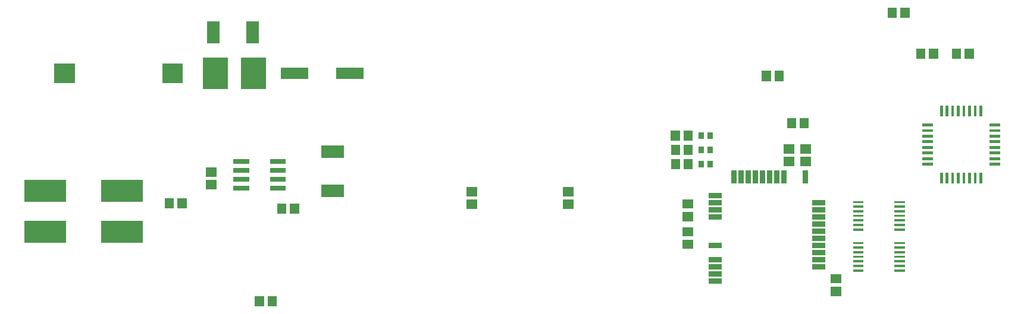
<source format=gbr>
G04 start of page 16 for group 0 layer_idx 0 *
G04 Title: (unknown), top_paste *
G04 Creator: pcb-rnd 1.2.7 *
G04 CreationDate: 2018-01-15 01:01:03 UTC *
G04 For: newell *
G04 Format: Gerber/RS-274X *
G04 PCB-Dimensions: 625000 200000 *
G04 PCB-Coordinate-Origin: lower left *
%MOIN*%
%FSLAX25Y25*%
%LNTOPPASTE*%
%ADD236R,0.0240X0.0240*%
%ADD235R,0.0157X0.0157*%
%ADD234R,0.1230X0.1230*%
%ADD233R,0.0633X0.0633*%
%ADD232R,0.0709X0.0709*%
%ADD231R,0.1400X0.1400*%
%ADD230R,0.1098X0.1098*%
%ADD229R,0.0295X0.0295*%
%ADD228R,0.0512X0.0512*%
%ADD227R,0.0315X0.0315*%
%ADD226R,0.0130X0.0130*%
G54D226*X487083Y56677D02*X491689D01*
X487083Y54118D02*X491689D01*
X487083Y51559D02*X491689D01*
X487083Y49000D02*X491689D01*
X487083Y46441D02*X491689D01*
X487083Y43882D02*X491689D01*
X487083Y41323D02*X491689D01*
X510311D02*X514917D01*
X510311Y43882D02*X514917D01*
X510311Y46441D02*X514917D01*
X510311Y49000D02*X514917D01*
X510311Y51559D02*X514917D01*
X510311Y54118D02*X514917D01*
X510311Y56677D02*X514917D01*
G54D227*X459737Y96047D02*Y91717D01*
X447737Y96047D02*Y91717D01*
X443737Y96047D02*Y91717D01*
X439737Y96047D02*Y91717D01*
X435737Y96047D02*Y91717D01*
X431737Y96047D02*Y91717D01*
X427737Y96047D02*Y91717D01*
X423737Y96047D02*Y91717D01*
X419737Y96047D02*Y91717D01*
X407060Y83370D02*X411390D01*
X407060Y79370D02*X411390D01*
X407060Y75370D02*X411390D01*
X407060Y71370D02*X411390D01*
X407060Y55370D02*X411390D01*
X407060Y47370D02*X411390D01*
X407060Y43370D02*X411390D01*
X407060Y39370D02*X411390D01*
X407060Y35370D02*X411390D01*
X465052Y79394D02*X469382D01*
X465052Y75394D02*X469382D01*
X465052Y71394D02*X469382D01*
X465052Y67394D02*X469382D01*
X465052Y63394D02*X469382D01*
X465052Y59394D02*X469382D01*
X465052Y55394D02*X469382D01*
X465052Y51394D02*X469382D01*
X465052Y47394D02*X469382D01*
X465052Y43394D02*X469382D01*
G54D228*X459607Y102457D02*X460393D01*
X459607Y109543D02*X460393D01*
X476607Y29500D02*X477393D01*
X476607Y36586D02*X477393D01*
X386957Y117393D02*Y116607D01*
X394043Y117393D02*Y116607D01*
X387000Y109393D02*Y108607D01*
X394086Y109393D02*Y108607D01*
X393607Y55914D02*X394393D01*
X393607Y63000D02*X394393D01*
X450150Y109543D02*X450936D01*
X450150Y102457D02*X450936D01*
X387000Y101393D02*Y100607D01*
X394086Y101393D02*Y100607D01*
X393607Y71500D02*X394393D01*
X393607Y78586D02*X394393D01*
G54D229*X401441Y117492D02*Y116508D01*
X406559Y117492D02*Y116508D01*
X401441Y109492D02*Y108508D01*
X406559Y109492D02*Y108508D01*
X401441Y101492D02*Y100508D01*
X406559Y101492D02*Y100508D01*
G54D228*X459086Y124393D02*Y123607D01*
X452000Y124393D02*Y123607D01*
X326607Y78457D02*X327393D01*
X326607Y85543D02*X327393D01*
G54D230*X44488Y152000D02*X45000D01*
X105000D02*X105512D01*
G54D228*X173543Y76393D02*Y75607D01*
X166457Y76393D02*Y75607D01*
X161043Y24393D02*Y23607D01*
X153957Y24393D02*Y23607D01*
G54D231*X129400Y153900D02*Y150100D01*
X150600Y153900D02*Y150100D01*
G54D232*X192245Y85977D02*X197755D01*
X192245Y108023D02*X197755D01*
G54D233*X168922Y152000D02*X177977D01*
X200023D02*X209078D01*
G54D232*X127977Y177755D02*Y172245D01*
X150023Y177755D02*Y172245D01*
G54D228*X126607Y89457D02*X127393D01*
X126607Y96543D02*X127393D01*
G54D234*X71400Y86000D02*X82600D01*
X71400Y63000D02*X82600D01*
X28400Y86000D02*X39600D01*
X28400Y63000D02*X39600D01*
G54D228*X272607Y78457D02*X273393D01*
X272607Y85543D02*X273393D01*
X110543Y79393D02*Y78607D01*
X103457Y79393D02*Y78607D01*
X508457Y186393D02*Y185607D01*
X515543Y186393D02*Y185607D01*
X445043Y150893D02*Y150107D01*
X437957Y150893D02*Y150107D01*
X524457Y163393D02*Y162607D01*
X531543Y163393D02*Y162607D01*
X551543Y163393D02*Y162607D01*
X544457Y163393D02*Y162607D01*
G54D235*X558023Y132992D02*Y128566D01*
X554874Y132992D02*Y128566D01*
X551724Y132992D02*Y128566D01*
X548575Y132992D02*Y128566D01*
X545425Y132992D02*Y128566D01*
X542275Y132992D02*Y128566D01*
X539126Y132992D02*Y128566D01*
X535976Y132992D02*Y128566D01*
X526008Y123023D02*X530434D01*
X526008Y119874D02*X530434D01*
X526008Y116724D02*X530434D01*
X526008Y113575D02*X530434D01*
X526008Y110425D02*X530434D01*
X526008Y107275D02*X530434D01*
X526008Y104126D02*X530434D01*
X526008Y100976D02*X530434D01*
X535977Y95434D02*Y91008D01*
X539126Y95434D02*Y91008D01*
X542276Y95434D02*Y91008D01*
X545425Y95434D02*Y91008D01*
X548575Y95434D02*Y91008D01*
X551725Y95434D02*Y91008D01*
X554874Y95434D02*Y91008D01*
X558024Y95434D02*Y91008D01*
X563566Y100977D02*X567992D01*
X563566Y104126D02*X567992D01*
X563566Y107276D02*X567992D01*
X563566Y110425D02*X567992D01*
X563566Y113575D02*X567992D01*
X563566Y116725D02*X567992D01*
X563566Y119874D02*X567992D01*
X563566Y123024D02*X567992D01*
G54D226*X487083Y79677D02*X491689D01*
X487083Y77118D02*X491689D01*
X487083Y74559D02*X491689D01*
X487083Y72000D02*X491689D01*
X487083Y69441D02*X491689D01*
X487083Y66882D02*X491689D01*
X487083Y64323D02*X491689D01*
X510311D02*X514917D01*
X510311Y66882D02*X514917D01*
X510311Y69441D02*X514917D01*
X510311Y72000D02*X514917D01*
X510311Y74559D02*X514917D01*
X510311Y77118D02*X514917D01*
X510311Y79677D02*X514917D01*
G54D236*X140600Y102500D02*X146900D01*
X140600Y97500D02*X146900D01*
X140600Y92500D02*X146900D01*
X140600Y87500D02*X146900D01*
X161100D02*X167400D01*
X161100Y92500D02*X167400D01*
X161100Y97500D02*X167400D01*
X161100Y102500D02*X167400D01*
M02*

</source>
